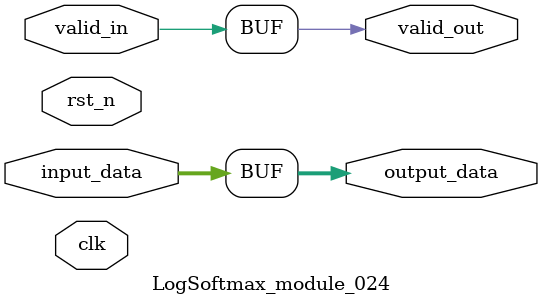
<source format=v>

module LogSoftmax_module_024 (
    input clk,
    input rst_n,
    input valid_in,
    output valid_out,
    // Add specific ports based on operator type
    input [31:0] input_data,
    output [31:0] output_data
);

    // Module implementation would go here
    // This is a template - actual implementation depends on the operator
    
        // Generic operator implementation
    assign output_data = input_data; // Placeholder
    assign valid_out = valid_in;

endmodule

</source>
